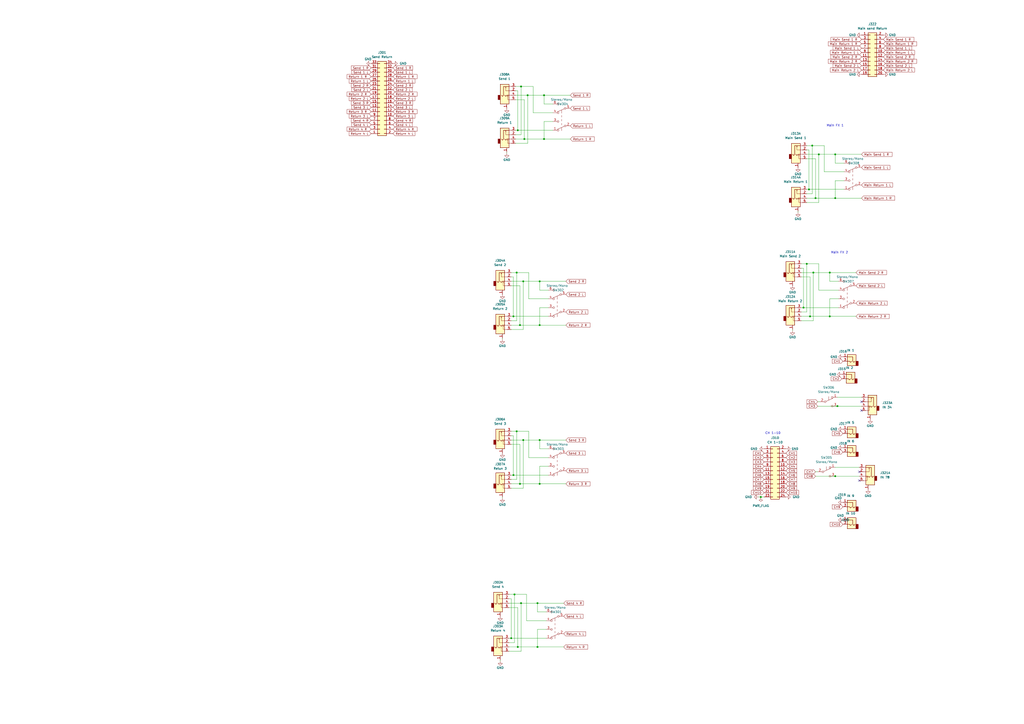
<source format=kicad_sch>
(kicad_sch (version 20211123) (generator eeschema)
  (paper "A2")
  (lib_symbols
    (symbol "AudioJack2_1"
      (property "Reference" "J317" (at 3.81 2.54 0))
      (property "Value" "AudioJack2_1" (at 0.635 6.35 0))
      (symbol "AudioJack2_1_1_1"
        (pin passive line (at 5.08 2.54 180) (length 2.54) (name "~") (number "1"))
        (pin passive line (at 5.08 0 180) (length 2.54) (name "~") (number "3"))
      )
    )
    (symbol "AudioJack2_Dual_Ground_Switch_1"
      (property "Reference" "J311" (at -1.3335 12.065 0))
      (property "Value" "AudioJack2_Dual_Ground_Switch_1" (at -1.3335 9.525 0))
      (symbol "AudioJack2_Dual_Ground_Switch_1_1_1"
        (pin passive line (at 0 -7.62 90) (length 2.54) (name "") (number "1"))
        (pin passive line (at 5.08 2.54 180) (length 2.54) (name "~") (number "2"))
        (pin passive line (at 5.08 5.08 180) (length 2.54) (name "~") (number "3"))
        (pin passive line (at 5.08 0 180) (length 2.54) (name "~") (number "4"))
        (pin passive line (at 5.08 -2.54 180) (length 2.54) (name "~") (number "5"))
      )
      (symbol "AudioJack2_Dual_Ground_Switch_1_2_1"
        (pin passive line (at 5.08 5.08 180) (length 2.54) (name "~") (number "S2"))
        (pin passive line (at 5.08 2.54 180) (length 2.54) (name "~") (number "SN2"))
        (pin passive line (at 5.08 0 180) (length 2.54) (name "~") (number "T2"))
        (pin passive line (at 5.08 -2.54 180) (length 2.54) (name "~") (number "TN2"))
      )
    )
    (symbol "Connector_Generic:Conn_02x10_Odd_Even" (pin_names (offset 1.016) hide)
      (property "Reference" "J" (at 1.27 12.7 0))
      (property "Value" "Conn_02x10_Odd_Even" (at 1.27 -15.24 0))
      (symbol "Conn_02x10_Odd_Even_1_1"
        (pin passive line (at -5.08 10.16 0) (length 3.81) (name "Pin_1") (number "1"))
        (pin passive line (at 7.62 0 180) (length 3.81) (name "Pin_10") (number "10"))
        (pin passive line (at -5.08 -2.54 0) (length 3.81) (name "Pin_11") (number "11"))
        (pin passive line (at 7.62 -2.54 180) (length 3.81) (name "Pin_12") (number "12"))
        (pin passive line (at -5.08 -5.08 0) (length 3.81) (name "Pin_13") (number "13"))
        (pin passive line (at 7.62 -5.08 180) (length 3.81) (name "Pin_14") (number "14"))
        (pin passive line (at -5.08 -7.62 0) (length 3.81) (name "Pin_15") (number "15"))
        (pin passive line (at 7.62 -7.62 180) (length 3.81) (name "Pin_16") (number "16"))
        (pin passive line (at -5.08 -10.16 0) (length 3.81) (name "Pin_17") (number "17"))
        (pin passive line (at 7.62 -10.16 180) (length 3.81) (name "Pin_18") (number "18"))
        (pin passive line (at -5.08 -12.7 0) (length 3.81) (name "Pin_19") (number "19"))
        (pin passive line (at 7.62 10.16 180) (length 3.81) (name "Pin_2") (number "2"))
        (pin passive line (at 7.62 -12.7 180) (length 3.81) (name "Pin_20") (number "20"))
        (pin passive line (at -5.08 7.62 0) (length 3.81) (name "Pin_3") (number "3"))
        (pin passive line (at 7.62 7.62 180) (length 3.81) (name "Pin_4") (number "4"))
        (pin passive line (at -5.08 5.08 0) (length 3.81) (name "Pin_5") (number "5"))
        (pin passive line (at 7.62 5.08 180) (length 3.81) (name "Pin_6") (number "6"))
        (pin passive line (at -5.08 2.54 0) (length 3.81) (name "Pin_7") (number "7"))
        (pin passive line (at 7.62 2.54 180) (length 3.81) (name "Pin_8") (number "8"))
        (pin passive line (at -5.08 0 0) (length 3.81) (name "Pin_9") (number "9"))
      )
    )
    (symbol "Connector_Generic:Conn_02x12_Odd_Even" (pin_names (offset 1.016) hide)
      (property "Reference" "J" (at 1.27 15.24 0))
      (property "Value" "Conn_02x12_Odd_Even" (at 1.27 -17.78 0))
      (symbol "Conn_02x12_Odd_Even_1_1"
        (pin passive line (at -5.08 12.7 0) (length 3.81) (name "Pin_1") (number "1"))
        (pin passive line (at 7.62 2.54 180) (length 3.81) (name "Pin_10") (number "10"))
        (pin passive line (at -5.08 0 0) (length 3.81) (name "Pin_11") (number "11"))
        (pin passive line (at 7.62 0 180) (length 3.81) (name "Pin_12") (number "12"))
        (pin passive line (at -5.08 -2.54 0) (length 3.81) (name "Pin_13") (number "13"))
        (pin passive line (at 7.62 -2.54 180) (length 3.81) (name "Pin_14") (number "14"))
        (pin passive line (at -5.08 -5.08 0) (length 3.81) (name "Pin_15") (number "15"))
        (pin passive line (at 7.62 -5.08 180) (length 3.81) (name "Pin_16") (number "16"))
        (pin passive line (at -5.08 -7.62 0) (length 3.81) (name "Pin_17") (number "17"))
        (pin passive line (at 7.62 -7.62 180) (length 3.81) (name "Pin_18") (number "18"))
        (pin passive line (at -5.08 -10.16 0) (length 3.81) (name "Pin_19") (number "19"))
        (pin passive line (at 7.62 12.7 180) (length 3.81) (name "Pin_2") (number "2"))
        (pin passive line (at 7.62 -10.16 180) (length 3.81) (name "Pin_20") (number "20"))
        (pin passive line (at -5.08 -12.7 0) (length 3.81) (name "Pin_21") (number "21"))
        (pin passive line (at 7.62 -12.7 180) (length 3.81) (name "Pin_22") (number "22"))
        (pin passive line (at -5.08 -15.24 0) (length 3.81) (name "Pin_23") (number "23"))
        (pin passive line (at 7.62 -15.24 180) (length 3.81) (name "Pin_24") (number "24"))
        (pin passive line (at -5.08 10.16 0) (length 3.81) (name "Pin_3") (number "3"))
        (pin passive line (at 7.62 10.16 180) (length 3.81) (name "Pin_4") (number "4"))
        (pin passive line (at -5.08 7.62 0) (length 3.81) (name "Pin_5") (number "5"))
        (pin passive line (at 7.62 7.62 180) (length 3.81) (name "Pin_6") (number "6"))
        (pin passive line (at -5.08 5.08 0) (length 3.81) (name "Pin_7") (number "7"))
        (pin passive line (at 7.62 5.08 180) (length 3.81) (name "Pin_8") (number "8"))
        (pin passive line (at -5.08 2.54 0) (length 3.81) (name "Pin_9") (number "9"))
      )
    )
    (symbol "Connector_Generic:Conn_02x17_Odd_Even" (pin_names (offset 1.016) hide)
      (property "Reference" "J" (at 1.27 22.86 0))
      (property "Value" "Conn_02x17_Odd_Even" (at 1.27 -22.86 0))
      (symbol "Conn_02x17_Odd_Even_1_1"
        (pin passive line (at -5.08 20.32 0) (length 3.81) (name "Pin_1") (number "1"))
        (pin passive line (at 7.62 10.16 180) (length 3.81) (name "Pin_10") (number "10"))
        (pin passive line (at -5.08 7.62 0) (length 3.81) (name "Pin_11") (number "11"))
        (pin passive line (at 7.62 7.62 180) (length 3.81) (name "Pin_12") (number "12"))
        (pin passive line (at -5.08 5.08 0) (length 3.81) (name "Pin_13") (number "13"))
        (pin passive line (at 7.62 5.08 180) (length 3.81) (name "Pin_14") (number "14"))
        (pin passive line (at -5.08 2.54 0) (length 3.81) (name "Pin_15") (number "15"))
        (pin passive line (at 7.62 2.54 180) (length 3.81) (name "Pin_16") (number "16"))
        (pin passive line (at -5.08 0 0) (length 3.81) (name "Pin_17") (number "17"))
        (pin passive line (at 7.62 0 180) (length 3.81) (name "Pin_18") (number "18"))
        (pin passive line (at -5.08 -2.54 0) (length 3.81) (name "Pin_19") (number "19"))
        (pin passive line (at 7.62 20.32 180) (length 3.81) (name "Pin_2") (number "2"))
        (pin passive line (at 7.62 -2.54 180) (length 3.81) (name "Pin_20") (number "20"))
        (pin passive line (at -5.08 -5.08 0) (length 3.81) (name "Pin_21") (number "21"))
        (pin passive line (at 7.62 -5.08 180) (length 3.81) (name "Pin_22") (number "22"))
        (pin passive line (at -5.08 -7.62 0) (length 3.81) (name "Pin_23") (number "23"))
        (pin passive line (at 7.62 -7.62 180) (length 3.81) (name "Pin_24") (number "24"))
        (pin passive line (at -5.08 -10.16 0) (length 3.81) (name "Pin_25") (number "25"))
        (pin passive line (at 7.62 -10.16 180) (length 3.81) (name "Pin_26") (number "26"))
        (pin passive line (at -5.08 -12.7 0) (length 3.81) (name "Pin_27") (number "27"))
        (pin passive line (at 7.62 -12.7 180) (length 3.81) (name "Pin_28") (number "28"))
        (pin passive line (at -5.08 -15.24 0) (length 3.81) (name "Pin_29") (number "29"))
        (pin passive line (at -5.08 17.78 0) (length 3.81) (name "Pin_3") (number "3"))
        (pin passive line (at 7.62 -15.24 180) (length 3.81) (name "Pin_30") (number "30"))
        (pin passive line (at -5.08 -17.78 0) (length 3.81) (name "Pin_31") (number "31"))
        (pin passive line (at 7.62 -17.78 180) (length 3.81) (name "Pin_32") (number "32"))
        (pin passive line (at -5.08 -20.32 0) (length 3.81) (name "Pin_33") (number "33"))
        (pin passive line (at 7.62 -20.32 180) (length 3.81) (name "Pin_34") (number "34"))
        (pin passive line (at 7.62 17.78 180) (length 3.81) (name "Pin_4") (number "4"))
        (pin passive line (at -5.08 15.24 0) (length 3.81) (name "Pin_5") (number "5"))
        (pin passive line (at 7.62 15.24 180) (length 3.81) (name "Pin_6") (number "6"))
        (pin passive line (at -5.08 12.7 0) (length 3.81) (name "Pin_7") (number "7"))
        (pin passive line (at 7.62 12.7 180) (length 3.81) (name "Pin_8") (number "8"))
        (pin passive line (at -5.08 10.16 0) (length 3.81) (name "Pin_9") (number "9"))
      )
    )
    (symbol "Switch:SW_Push_DPDT" (pin_names (offset 0) hide)
      (property "Reference" "SW" (at 0 8.89 0))
      (property "Value" "SW_Push_DPDT" (at 0 -10.16 0))
      (symbol "SW_Push_DPDT_1_1"
        (pin passive line (at 5.08 7.62 180) (length 2.54) (name "A") (number "1"))
        (pin passive line (at -5.08 5.08 0) (length 2.54) (name "B") (number "2"))
        (pin passive line (at 5.08 2.54 180) (length 2.54) (name "C") (number "3"))
        (pin passive line (at 5.08 -2.54 180) (length 2.54) (name "A") (number "4"))
        (pin passive line (at -5.08 -5.08 0) (length 2.54) (name "B") (number "5"))
        (pin passive line (at 5.08 -7.62 180) (length 2.54) (name "C") (number "6"))
      )
    )
    (symbol "Switch:SW_Push_SPDT" (pin_names (offset 0) hide)
      (property "Reference" "SW" (at 0 4.318 0))
      (property "Value" "SW_Push_SPDT" (at 0 -5.08 0))
      (symbol "SW_Push_SPDT_1_1"
        (pin passive line (at 5.08 2.54 180) (length 2.54) (name "A") (number "1"))
        (pin passive line (at -5.08 0 0) (length 2.54) (name "B") (number "2"))
        (pin passive line (at 5.08 -2.54 180) (length 2.54) (name "C") (number "3"))
      )
    )
    (symbol "power:GND" (power) (pin_names (offset 0))
      (property "Value" "GND" (at 0 -3.81 0))
      (symbol "GND_1_1"
        (pin power_in line (at 0 0 270) (length 0) hide (name "GND") (number "1"))
      )
    )
    (symbol "power:PWR_FLAG" (power) (pin_numbers hide) (pin_names (offset 0) hide)
      (property "Value" "PWR_FLAG" (at 0 3.81 0))
      (symbol "PWR_FLAG_0_0"
        (pin power_out line (at 0 0 90) (length 0) (name "pwr") (number "1"))
      )
    )
  )
  (junction (at 315.595 55.245))
  (junction (at 313.055 280.67))
  (junction (at 313.055 163.195))
  (junction (at 481.33 183.515))
  (junction (at 299.72 250.19))
  (junction (at 296.545 370.205))
  (junction (at 466.09 178.435))
  (junction (at 298.45 344.805))
  (junction (at 311.785 349.885))
  (junction (at 313.055 188.595))
  (junction (at 311.785 375.285))
  (junction (at 485.775 235.585))
  (junction (at 303.53 163.195))
  (junction (at 473.075 114.935))
  (junction (at 297.815 183.515))
  (junction (at 303.53 255.27))
  (junction (at 471.17 84.455))
  (junction (at 315.595 80.645))
  (junction (at 302.26 50.165))
  (junction (at 301.625 188.595))
  (junction (at 441.325 288.29))
  (junction (at 474.98 89.535))
  (junction (at 300.355 375.285))
  (junction (at 304.165 80.645))
  (junction (at 302.26 349.885))
  (junction (at 481.33 158.115))
  (junction (at 469.265 109.855))
  (junction (at 471.805 158.115))
  (junction (at 469.9 183.515))
  (junction (at 297.815 275.59))
  (junction (at 300.355 75.565))
  (junction (at 467.995 153.035))
  (junction (at 313.055 255.27))
  (junction (at 484.505 114.935))
  (junction (at 306.07 55.245))
  (junction (at 484.505 276.225))
  (junction (at 484.505 89.535))
  (junction (at 301.625 280.67))
  (junction (at 299.72 158.115))
  (no_connect (at 499.745 238.125))
  (no_connect (at 499.745 233.045))
  (no_connect (at 498.475 278.765))
  (no_connect (at 498.475 273.685))
  (wire (pts (xy 489.585 99.695) (xy 478.155 99.695)))
  (wire (pts (xy 302.26 50.165) (xy 299.085 50.165)))
  (wire (pts (xy 297.815 275.59) (xy 296.545 275.59)))
  (wire (pts (xy 481.33 163.195) (xy 486.41 163.195)))
  (wire (pts (xy 471.17 84.455) (xy 467.995 84.455)))
  (wire (pts (xy 481.33 183.515) (xy 496.57 183.515)))
  (wire (pts (xy 464.82 186.055) (xy 471.805 186.055)))
  (wire (pts (xy 474.345 235.585) (xy 485.775 235.585)))
  (wire (pts (xy 313.055 260.35) (xy 318.135 260.35)))
  (wire (pts (xy 306.07 83.185) (xy 306.07 55.245)))
  (wire (pts (xy 464.82 180.975) (xy 467.995 180.975)))
  (wire (pts (xy 291.465 288.29) (xy 291.465 288.925)))
  (wire (pts (xy 471.805 186.055) (xy 471.805 158.115)))
  (wire (pts (xy 300.355 352.425) (xy 300.355 375.285)))
  (wire (pts (xy 300.355 52.705) (xy 300.355 75.565)))
  (wire (pts (xy 294.005 88.265) (xy 294.005 88.9)))
  (wire (pts (xy 306.705 158.115) (xy 299.72 158.115)))
  (wire (pts (xy 296.545 165.735) (xy 301.625 165.735)))
  (wire (pts (xy 299.72 158.115) (xy 296.545 158.115)))
  (wire (pts (xy 313.055 280.67) (xy 328.295 280.67)))
  (wire (pts (xy 485.775 230.505) (xy 499.745 230.505)))
  (wire (pts (xy 296.545 257.81) (xy 301.625 257.81)))
  (wire (pts (xy 474.98 153.035) (xy 467.995 153.035)))
  (wire (pts (xy 467.995 89.535) (xy 474.98 89.535)))
  (wire (pts (xy 304.165 80.645) (xy 315.595 80.645)))
  (wire (pts (xy 474.98 89.535) (xy 484.505 89.535)))
  (wire (pts (xy 441.325 288.29) (xy 443.23 288.29)))
  (wire (pts (xy 299.085 83.185) (xy 306.07 83.185)))
  (wire (pts (xy 296.545 163.195) (xy 303.53 163.195)))
  (wire (pts (xy 296.545 188.595) (xy 301.625 188.595)))
  (wire (pts (xy 291.465 196.215) (xy 291.465 196.85)))
  (wire (pts (xy 316.865 370.205) (xy 296.545 370.205)))
  (wire (pts (xy 474.345 233.045) (xy 475.615 233.045)))
  (wire (pts (xy 318.135 265.43) (xy 306.705 265.43)))
  (wire (pts (xy 315.595 80.645) (xy 330.835 80.645)))
  (wire (pts (xy 478.155 84.455) (xy 471.17 84.455)))
  (wire (pts (xy 486.41 168.275) (xy 474.98 168.275)))
  (wire (pts (xy 306.705 250.19) (xy 299.72 250.19)))
  (wire (pts (xy 467.995 114.935) (xy 473.075 114.935)))
  (wire (pts (xy 296.545 160.655) (xy 297.815 160.655)))
  (wire (pts (xy 297.815 252.73) (xy 297.815 275.59)))
  (wire (pts (xy 302.26 78.105) (xy 302.26 50.165)))
  (wire (pts (xy 299.085 55.245) (xy 306.07 55.245)))
  (wire (pts (xy 298.45 372.745) (xy 298.45 344.805)))
  (wire (pts (xy 304.165 57.785) (xy 304.165 80.645)))
  (wire (pts (xy 318.135 173.355) (xy 306.705 173.355)))
  (wire (pts (xy 471.17 112.395) (xy 471.17 84.455)))
  (wire (pts (xy 481.33 158.115) (xy 481.33 163.195)))
  (wire (pts (xy 466.09 178.435) (xy 464.82 178.435)))
  (wire (pts (xy 296.545 191.135) (xy 303.53 191.135)))
  (wire (pts (xy 296.545 370.205) (xy 295.275 370.205)))
  (wire (pts (xy 303.53 163.195) (xy 313.055 163.195)))
  (wire (pts (xy 481.33 173.355) (xy 481.33 183.515)))
  (wire (pts (xy 295.275 372.745) (xy 298.45 372.745)))
  (wire (pts (xy 484.505 276.225) (xy 498.475 276.225)))
  (wire (pts (xy 484.505 89.535) (xy 484.505 94.615)))
  (wire (pts (xy 296.545 252.73) (xy 297.815 252.73)))
  (wire (pts (xy 313.055 188.595) (xy 328.295 188.595)))
  (wire (pts (xy 469.9 183.515) (xy 481.33 183.515)))
  (wire (pts (xy 481.33 158.115) (xy 496.57 158.115)))
  (wire (pts (xy 484.505 94.615) (xy 489.585 94.615)))
  (wire (pts (xy 484.505 104.775) (xy 484.505 114.935)))
  (wire (pts (xy 311.785 349.885) (xy 311.785 354.965)))
  (wire (pts (xy 295.275 349.885) (xy 302.26 349.885)))
  (wire (pts (xy 295.275 375.285) (xy 300.355 375.285)))
  (wire (pts (xy 318.135 183.515) (xy 297.815 183.515)))
  (wire (pts (xy 306.705 173.355) (xy 306.705 158.115)))
  (wire (pts (xy 484.505 114.935) (xy 499.745 114.935)))
  (wire (pts (xy 313.055 178.435) (xy 313.055 188.595)))
  (wire (pts (xy 300.355 75.565) (xy 299.085 75.565)))
  (wire (pts (xy 302.26 377.825) (xy 302.26 349.885)))
  (wire (pts (xy 315.595 55.245) (xy 315.595 60.325)))
  (wire (pts (xy 311.785 354.965) (xy 316.865 354.965)))
  (wire (pts (xy 297.815 183.515) (xy 296.545 183.515)))
  (wire (pts (xy 467.995 112.395) (xy 471.17 112.395)))
  (wire (pts (xy 467.995 180.975) (xy 467.995 153.035)))
  (wire (pts (xy 311.785 375.285) (xy 327.025 375.285)))
  (wire (pts (xy 313.055 255.27) (xy 328.295 255.27)))
  (wire (pts (xy 313.055 168.275) (xy 318.135 168.275)))
  (wire (pts (xy 296.545 278.13) (xy 299.72 278.13)))
  (wire (pts (xy 305.435 360.045) (xy 305.435 344.805)))
  (wire (pts (xy 302.26 349.885) (xy 311.785 349.885)))
  (wire (pts (xy 290.195 382.905) (xy 290.195 383.54)))
  (wire (pts (xy 466.09 155.575) (xy 466.09 178.435)))
  (wire (pts (xy 315.595 70.485) (xy 315.595 80.645)))
  (wire (pts (xy 467.995 153.035) (xy 464.82 153.035)))
  (wire (pts (xy 297.815 160.655) (xy 297.815 183.515)))
  (wire (pts (xy 296.545 283.21) (xy 303.53 283.21)))
  (wire (pts (xy 320.675 65.405) (xy 309.245 65.405)))
  (wire (pts (xy 299.085 52.705) (xy 300.355 52.705)))
  (wire (pts (xy 473.075 92.075) (xy 473.075 114.935)))
  (wire (pts (xy 299.72 278.13) (xy 299.72 250.19)))
  (wire (pts (xy 473.075 273.685) (xy 474.345 273.685)))
  (wire (pts (xy 303.53 283.21) (xy 303.53 255.27)))
  (wire (pts (xy 299.085 80.645) (xy 304.165 80.645)))
  (wire (pts (xy 313.055 163.195) (xy 313.055 168.275)))
  (wire (pts (xy 309.245 65.405) (xy 309.245 50.165)))
  (wire (pts (xy 299.085 78.105) (xy 302.26 78.105)))
  (wire (pts (xy 311.785 365.125) (xy 316.865 365.125)))
  (wire (pts (xy 484.505 89.535) (xy 499.745 89.535)))
  (wire (pts (xy 316.865 360.045) (xy 305.435 360.045)))
  (wire (pts (xy 467.995 117.475) (xy 474.98 117.475)))
  (wire (pts (xy 464.82 158.115) (xy 471.805 158.115)))
  (wire (pts (xy 464.82 160.655) (xy 469.9 160.655)))
  (wire (pts (xy 320.675 75.565) (xy 300.355 75.565)))
  (wire (pts (xy 486.41 178.435) (xy 466.09 178.435)))
  (wire (pts (xy 315.595 70.485) (xy 320.675 70.485)))
  (wire (pts (xy 469.265 109.855) (xy 467.995 109.855)))
  (wire (pts (xy 301.625 280.67) (xy 313.055 280.67)))
  (wire (pts (xy 311.785 349.885) (xy 327.025 349.885)))
  (wire (pts (xy 300.355 375.285) (xy 311.785 375.285)))
  (wire (pts (xy 473.075 114.935) (xy 484.505 114.935)))
  (wire (pts (xy 313.055 270.51) (xy 313.055 280.67)))
  (wire (pts (xy 295.275 377.825) (xy 302.26 377.825)))
  (wire (pts (xy 296.545 347.345) (xy 296.545 370.205)))
  (wire (pts (xy 474.98 117.475) (xy 474.98 89.535)))
  (wire (pts (xy 469.265 86.995) (xy 469.265 109.855)))
  (wire (pts (xy 313.055 270.51) (xy 318.135 270.51)))
  (wire (pts (xy 462.915 122.555) (xy 462.915 123.19)))
  (wire (pts (xy 478.155 99.695) (xy 478.155 84.455)))
  (wire (pts (xy 295.275 347.345) (xy 296.545 347.345)))
  (wire (pts (xy 315.595 60.325) (xy 320.675 60.325)))
  (wire (pts (xy 295.275 352.425) (xy 300.355 352.425)))
  (wire (pts (xy 484.505 271.145) (xy 498.475 271.145)))
  (wire (pts (xy 440.055 288.29) (xy 441.325 288.29)))
  (wire (pts (xy 309.245 50.165) (xy 302.26 50.165)))
  (wire (pts (xy 298.45 344.805) (xy 295.275 344.805)))
  (wire (pts (xy 299.085 57.785) (xy 304.165 57.785)))
  (wire (pts (xy 313.055 163.195) (xy 328.295 163.195)))
  (wire (pts (xy 305.435 344.805) (xy 298.45 344.805)))
  (wire (pts (xy 296.545 186.055) (xy 299.72 186.055)))
  (wire (pts (xy 467.995 92.075) (xy 473.075 92.075)))
  (wire (pts (xy 489.585 109.855) (xy 469.265 109.855)))
  (wire (pts (xy 299.72 250.19) (xy 296.545 250.19)))
  (wire (pts (xy 459.74 191.135) (xy 459.74 191.77)))
  (wire (pts (xy 303.53 255.27) (xy 313.055 255.27)))
  (wire (pts (xy 473.075 276.225) (xy 484.505 276.225)))
  (wire (pts (xy 296.545 255.27) (xy 303.53 255.27)))
  (wire (pts (xy 469.9 160.655) (xy 469.9 183.515)))
  (wire (pts (xy 481.33 173.355) (xy 486.41 173.355)))
  (wire (pts (xy 296.545 280.67) (xy 301.625 280.67)))
  (wire (pts (xy 299.72 186.055) (xy 299.72 158.115)))
  (wire (pts (xy 313.055 255.27) (xy 313.055 260.35)))
  (wire (pts (xy 311.785 365.125) (xy 311.785 375.285)))
  (wire (pts (xy 301.625 165.735) (xy 301.625 188.595)))
  (wire (pts (xy 306.07 55.245) (xy 315.595 55.245)))
  (wire (pts (xy 306.705 265.43) (xy 306.705 250.19)))
  (wire (pts (xy 303.53 191.135) (xy 303.53 163.195)))
  (wire (pts (xy 313.055 178.435) (xy 318.135 178.435)))
  (wire (pts (xy 471.805 158.115) (xy 481.33 158.115)))
  (wire (pts (xy 484.505 104.775) (xy 489.585 104.775)))
  (wire (pts (xy 301.625 188.595) (xy 313.055 188.595)))
  (wire (pts (xy 464.82 183.515) (xy 469.9 183.515)))
  (wire (pts (xy 301.625 257.81) (xy 301.625 280.67)))
  (wire (pts (xy 467.995 86.995) (xy 469.265 86.995)))
  (wire (pts (xy 318.135 275.59) (xy 297.815 275.59)))
  (wire (pts (xy 485.775 235.585) (xy 499.745 235.585)))
  (wire (pts (xy 474.98 168.275) (xy 474.98 153.035)))
  (wire (pts (xy 315.595 55.245) (xy 330.835 55.245)))
  (wire (pts (xy 464.82 155.575) (xy 466.09 155.575)))
  (text "Main FX 2\n" (at 481.965 147.32 0) (effects (font (size 1.27 1.27)) (justify left bottom)))
  (text "CH 1-10" (at 443.865 252.095 0) (effects (font (size 1.27 1.27)) (justify left bottom)))
  (text "Main FX 1 \n" (at 479.425 73.66 0) (effects (font (size 1.27 1.27)) (justify left bottom)))
  (global_label "Main Return 2 R " (shape input) (at 496.57 183.515 0) (property "Referenzen zwischen Schaltplänen" "${INTERSHEET_REFS}" (effects hide)))
  (global_label "Return 3 L" (shape input) (at 328.295 273.05 0) (property "Referenzen zwischen Schaltplänen" "${INTERSHEET_REFS}" (effects hide)))
  (global_label "CH8" (shape input) (at 443.23 280.67 180) (property "Referenzen zwischen Schaltplänen" "${INTERSHEET_REFS}" (effects hide)))
  (global_label "Main Return 2 L" (shape input) (at 499.745 40.64 180) (property "Referenzen zwischen Schaltplänen" "${INTERSHEET_REFS}" (effects hide)))
  (global_label "Main Send 2 R " (shape input) (at 512.445 33.02 0) (property "Referenzen zwischen Schaltplänen" "${INTERSHEET_REFS}" (effects hide)))
  (global_label "Send 3 R" (shape input) (at 328.295 255.27 0) (property "Referenzen zwischen Schaltplänen" "${INTERSHEET_REFS}" (effects hide)))
  (global_label "CH4" (shape input) (at 474.345 233.045 180) (property "Referenzen zwischen Schaltplänen" "${INTERSHEET_REFS}" (effects hide)))
  (global_label "Send 1 L" (shape input) (at 227.965 41.91 0) (property "Referenzen zwischen Schaltplänen" "${INTERSHEET_REFS}" (effects hide)))
  (global_label "Return 3 L" (shape input) (at 215.265 67.31 180) (property "Referenzen zwischen Schaltplänen" "${INTERSHEET_REFS}" (effects hide)))
  (global_label "Return 4 R " (shape input) (at 327.025 375.285 0) (property "Referenzen zwischen Schaltplänen" "${INTERSHEET_REFS}" (effects hide)))
  (global_label "Main Return 2 L" (shape input) (at 496.57 175.895 0) (property "Referenzen zwischen Schaltplänen" "${INTERSHEET_REFS}" (effects hide)))
  (global_label "Send 2 L" (shape input) (at 215.265 52.07 180) (property "Referenzen zwischen Schaltplänen" "${INTERSHEET_REFS}" (effects hide)))
  (global_label "CH10" (shape input) (at 443.23 285.75 180) (property "Referenzen zwischen Schaltplänen" "${INTERSHEET_REFS}" (effects hide)))
  (global_label "Main Send 1 L" (shape input) (at 499.745 27.94 180) (property "Referenzen zwischen Schaltplänen" "${INTERSHEET_REFS}" (effects hide)))
  (global_label "Send 2 L" (shape input) (at 227.965 52.07 0) (property "Referenzen zwischen Schaltplänen" "${INTERSHEET_REFS}" (effects hide)))
  (global_label "Main Return 1 L" (shape input) (at 499.745 107.315 0) (property "Referenzen zwischen Schaltplänen" "${INTERSHEET_REFS}" (effects hide)))
  (global_label "Return 2 L" (shape input) (at 227.965 57.15 0) (property "Referenzen zwischen Schaltplänen" "${INTERSHEET_REFS}" (effects hide)))
  (global_label "CH9" (shape input) (at 455.93 283.21 0) (property "Referenzen zwischen Schaltplänen" "${INTERSHEET_REFS}" (effects hide)))
  (global_label "CH8" (shape input) (at 455.93 280.67 0) (property "Referenzen zwischen Schaltplänen" "${INTERSHEET_REFS}" (effects hide)))
  (global_label "CH5" (shape input) (at 443.23 273.05 180) (property "Referenzen zwischen Schaltplänen" "${INTERSHEET_REFS}" (effects hide)))
  (global_label "Main Return 1 R " (shape input) (at 499.745 25.4 180) (property "Referenzen zwischen Schaltplänen" "${INTERSHEET_REFS}" (effects hide)))
  (global_label "Main Return 2 L" (shape input) (at 512.445 40.64 0) (property "Referenzen zwischen Schaltplänen" "${INTERSHEET_REFS}" (effects hide)))
  (global_label "Main Send 1 L" (shape input) (at 512.445 27.94 0) (property "Referenzen zwischen Schaltplänen" "${INTERSHEET_REFS}" (effects hide)))
  (global_label "Send 1 L" (shape input) (at 215.265 41.91 180) (property "Referenzen zwischen Schaltplänen" "${INTERSHEET_REFS}" (effects hide)))
  (global_label "Return 4 L" (shape input) (at 327.025 367.665 0) (property "Referenzen zwischen Schaltplänen" "${INTERSHEET_REFS}" (effects hide)))
  (global_label "Send 2 R" (shape input) (at 328.295 163.195 0) (property "Referenzen zwischen Schaltplänen" "${INTERSHEET_REFS}" (effects hide)))
  (global_label "CH6" (shape input) (at 488.95 262.255 180) (property "Referenzen zwischen Schaltplänen" "${INTERSHEET_REFS}" (effects hide)))
  (global_label "Send 4 L" (shape input) (at 227.965 72.39 0) (property "Referenzen zwischen Schaltplänen" "${INTERSHEET_REFS}" (effects hide)))
  (global_label "Return 3 R " (shape input) (at 227.965 64.77 0) (property "Referenzen zwischen Schaltplänen" "${INTERSHEET_REFS}" (effects hide)))
  (global_label "Send 1 R" (shape input) (at 330.835 55.245 0) (property "Referenzen zwischen Schaltplänen" "${INTERSHEET_REFS}" (effects hide)))
  (global_label "CH2" (shape input) (at 455.93 265.43 0) (property "Referenzen zwischen Schaltplänen" "${INTERSHEET_REFS}" (effects hide)))
  (global_label "Send 1 R" (shape input) (at 227.965 39.37 0) (property "Referenzen zwischen Schaltplänen" "${INTERSHEET_REFS}" (effects hide)))
  (global_label "CH7" (shape input) (at 443.23 278.13 180) (property "Referenzen zwischen Schaltplänen" "${INTERSHEET_REFS}" (effects hide)))
  (global_label "Main Send 2 R " (shape input) (at 499.745 33.02 180) (property "Referenzen zwischen Schaltplänen" "${INTERSHEET_REFS}" (effects hide)))
  (global_label "Main Return 2 R " (shape input) (at 499.745 35.56 180) (property "Referenzen zwischen Schaltplänen" "${INTERSHEET_REFS}" (effects hide)))
  (global_label "Main Return 1 L" (shape input) (at 499.745 30.48 180) (property "Referenzen zwischen Schaltplänen" "${INTERSHEET_REFS}" (effects hide)))
  (global_label "Main Return 2 R " (shape input) (at 512.445 35.56 0) (property "Referenzen zwischen Schaltplänen" "${INTERSHEET_REFS}" (effects hide)))
  (global_label "Main Send 1 L" (shape input) (at 499.745 97.155 0) (property "Referenzen zwischen Schaltplänen" "${INTERSHEET_REFS}" (effects hide)))
  (global_label "CH8" (shape input) (at 473.075 276.225 180) (property "Referenzen zwischen Schaltplänen" "${INTERSHEET_REFS}" (effects hide)))
  (global_label "Return 1 R " (shape input) (at 330.835 80.645 0) (property "Referenzen zwischen Schaltplänen" "${INTERSHEET_REFS}" (effects hide)))
  (global_label "Main Send 2 L" (shape input) (at 496.57 165.735 0) (property "Referenzen zwischen Schaltplänen" "${INTERSHEET_REFS}" (effects hide)))
  (global_label "CH3" (shape input) (at 455.93 267.97 0) (property "Referenzen zwischen Schaltplänen" "${INTERSHEET_REFS}" (effects hide)))
  (global_label "Return 2 R " (shape input) (at 227.965 54.61 0) (property "Referenzen zwischen Schaltplänen" "${INTERSHEET_REFS}" (effects hide)))
  (global_label "Return 4 L" (shape input) (at 227.965 77.47 0) (property "Referenzen zwischen Schaltplänen" "${INTERSHEET_REFS}" (effects hide)))
  (global_label "CH4" (shape input) (at 455.93 270.51 0) (property "Referenzen zwischen Schaltplänen" "${INTERSHEET_REFS}" (effects hide)))
  (global_label "Return 1 R " (shape input) (at 227.965 44.45 0) (property "Referenzen zwischen Schaltplänen" "${INTERSHEET_REFS}" (effects hide)))
  (global_label "Main Return 1 R " (shape input) (at 512.445 25.4 0) (property "Referenzen zwischen Schaltplänen" "${INTERSHEET_REFS}" (effects hide)))
  (global_label "Return 2 L" (shape input) (at 328.295 180.975 0) (property "Referenzen zwischen Schaltplänen" "${INTERSHEET_REFS}" (effects hide)))
  (global_label "Main Return 1 R " (shape input) (at 499.745 114.935 0) (property "Referenzen zwischen Schaltplänen" "${INTERSHEET_REFS}" (effects hide)))
  (global_label "Send 4 R" (shape input) (at 227.965 69.85 0) (property "Referenzen zwischen Schaltplänen" "${INTERSHEET_REFS}" (effects hide)))
  (global_label "CH1" (shape input) (at 443.23 262.89 180) (property "Referenzen zwischen Schaltplänen" "${INTERSHEET_REFS}" (effects hide)))
  (global_label "CH6" (shape input) (at 443.23 275.59 180) (property "Referenzen zwischen Schaltplänen" "${INTERSHEET_REFS}" (effects hide)))
  (global_label "Return 3 R " (shape input) (at 328.295 280.67 0) (property "Referenzen zwischen Schaltplänen" "${INTERSHEET_REFS}" (effects hide)))
  (global_label "CH1" (shape input) (at 488.95 209.55 180) (property "Referenzen zwischen Schaltplänen" "${INTERSHEET_REFS}" (effects hide)))
  (global_label "Return 1 L" (shape input) (at 227.965 46.99 0) (property "Referenzen zwischen Schaltplänen" "${INTERSHEET_REFS}" (effects hide)))
  (global_label "Main Send 2 L" (shape input) (at 512.445 38.1 0) (property "Referenzen zwischen Schaltplänen" "${INTERSHEET_REFS}" (effects hide)))
  (global_label "Send 4 L" (shape input) (at 327.025 357.505 0) (property "Referenzen zwischen Schaltplänen" "${INTERSHEET_REFS}" (effects hide)))
  (global_label "Return 2 R " (shape input) (at 215.265 54.61 180) (property "Referenzen zwischen Schaltplänen" "${INTERSHEET_REFS}" (effects hide)))
  (global_label "Send 4 L" (shape input) (at 215.265 72.39 180) (property "Referenzen zwischen Schaltplänen" "${INTERSHEET_REFS}" (effects hide)))
  (global_label "Send 4 R" (shape input) (at 215.265 69.85 180) (property "Referenzen zwischen Schaltplänen" "${INTERSHEET_REFS}" (effects hide)))
  (global_label "Return 1 L" (shape input) (at 215.265 46.99 180) (property "Referenzen zwischen Schaltplänen" "${INTERSHEET_REFS}" (effects hide)))
  (global_label "Return 1 R " (shape input) (at 215.265 44.45 180) (property "Referenzen zwischen Schaltplänen" "${INTERSHEET_REFS}" (effects hide)))
  (global_label "Send 1 L" (shape input) (at 330.835 62.865 0) (property "Referenzen zwischen Schaltplänen" "${INTERSHEET_REFS}" (effects hide)))
  (global_label "Send 3 L" (shape input) (at 227.965 62.23 0) (property "Referenzen zwischen Schaltplänen" "${INTERSHEET_REFS}" (effects hide)))
  (global_label "CH4" (shape input) (at 443.23 270.51 180) (property "Referenzen zwischen Schaltplänen" "${INTERSHEET_REFS}" (effects hide)))
  (global_label "CH6" (shape input) (at 455.93 275.59 0) (property "Referenzen zwischen Schaltplänen" "${INTERSHEET_REFS}" (effects hide)))
  (global_label "Main Send 1 R " (shape input) (at 499.745 22.86 180) (property "Referenzen zwischen Schaltplänen" "${INTERSHEET_REFS}" (effects hide)))
  (global_label "CH5" (shape input) (at 488.95 251.46 180) (property "Referenzen zwischen Schaltplänen" "${INTERSHEET_REFS}" (effects hide)))
  (global_label "Send 3 R" (shape input) (at 215.265 59.69 180) (property "Referenzen zwischen Schaltplänen" "${INTERSHEET_REFS}" (effects hide)))
  (global_label "Return 4 L" (shape input) (at 215.265 77.47 180) (property "Referenzen zwischen Schaltplänen" "${INTERSHEET_REFS}" (effects hide)))
  (global_label "CH10" (shape input) (at 488.95 304.165 180) (property "Referenzen zwischen Schaltplänen" "${INTERSHEET_REFS}" (effects hide)))
  (global_label "Return 1 L" (shape input) (at 330.835 73.025 0) (property "Referenzen zwischen Schaltplänen" "${INTERSHEET_REFS}" (effects hide)))
  (global_label "Return 3 R " (shape input) (at 215.265 64.77 180) (property "Referenzen zwischen Schaltplänen" "${INTERSHEET_REFS}" (effects hide)))
  (global_label "Main Send 1 R " (shape input) (at 512.445 22.86 0) (property "Referenzen zwischen Schaltplänen" "${INTERSHEET_REFS}" (effects hide)))
  (global_label "Send 2 R" (shape input) (at 227.965 49.53 0) (property "Referenzen zwischen Schaltplänen" "${INTERSHEET_REFS}" (effects hide)))
  (global_label "CH9" (shape input) (at 443.23 283.21 180) (property "Referenzen zwischen Schaltplänen" "${INTERSHEET_REFS}" (effects hide)))
  (global_label "Send 3 L" (shape input) (at 328.295 262.89 0) (property "Referenzen zwischen Schaltplänen" "${INTERSHEET_REFS}" (effects hide)))
  (global_label "Send 2 L" (shape input) (at 328.295 170.815 0) (property "Referenzen zwischen Schaltplänen" "${INTERSHEET_REFS}" (effects hide)))
  (global_label "Send 2 R" (shape input) (at 215.265 49.53 180) (property "Referenzen zwischen Schaltplänen" "${INTERSHEET_REFS}" (effects hide)))
  (global_label "Send 4 R" (shape input) (at 327.025 349.885 0) (property "Referenzen zwischen Schaltplänen" "${INTERSHEET_REFS}" (effects hide)))
  (global_label "CH10" (shape input) (at 455.93 285.75 0) (property "Referenzen zwischen Schaltplänen" "${INTERSHEET_REFS}" (effects hide)))
  (global_label "CH7" (shape input) (at 455.93 278.13 0) (property "Referenzen zwischen Schaltplänen" "${INTERSHEET_REFS}" (effects hide)))
  (global_label "CH5" (shape input) (at 455.93 273.05 0) (property "Referenzen zwischen Schaltplänen" "${INTERSHEET_REFS}" (effects hide)))
  (global_label "CH3" (shape input) (at 443.23 267.97 180) (property "Referenzen zwischen Schaltplänen" "${INTERSHEET_REFS}" (effects hide)))
  (global_label "Return 4 R " (shape input) (at 227.965 74.93 0) (property "Referenzen zwischen Schaltplänen" "${INTERSHEET_REFS}" (effects hide)))
  (global_label "Return 2 R " (shape input) (at 328.295 188.595 0) (property "Referenzen zwischen Schaltplänen" "${INTERSHEET_REFS}" (effects hide)))
  (global_label "Main Send 2 R " (shape input) (at 496.57 158.115 0) (property "Referenzen zwischen Schaltplänen" "${INTERSHEET_REFS}" (effects hide)))
  (global_label "Return 3 L" (shape input) (at 227.965 67.31 0) (property "Referenzen zwischen Schaltplänen" "${INTERSHEET_REFS}" (effects hide)))
  (global_label "Send 3 R" (shape input) (at 227.965 59.69 0) (property "Referenzen zwischen Schaltplänen" "${INTERSHEET_REFS}" (effects hide)))
  (global_label "Send 1 R" (shape input) (at 215.265 39.37 180) (property "Referenzen zwischen Schaltplänen" "${INTERSHEET_REFS}" (effects hide)))
  (global_label "CH3" (shape input) (at 474.345 235.585 180) (property "Referenzen zwischen Schaltplänen" "${INTERSHEET_REFS}" (effects hide)))
  (global_label "Send 3 L" (shape input) (at 215.265 62.23 180) (property "Referenzen zwischen Schaltplänen" "${INTERSHEET_REFS}" (effects hide)))
  (global_label "CH1" (shape input) (at 455.93 262.89 0) (property "Referenzen zwischen Schaltplänen" "${INTERSHEET_REFS}" (effects hide)))
  (global_label "CH9" (shape input) (at 488.95 294.005 180) (property "Referenzen zwischen Schaltplänen" "${INTERSHEET_REFS}" (effects hide)))
  (global_label "Return 2 L" (shape input) (at 215.265 57.15 180) (property "Referenzen zwischen Schaltplänen" "${INTERSHEET_REFS}" (effects hide)))
  (global_label "CH2" (shape input) (at 443.23 265.43 180) (property "Referenzen zwischen Schaltplänen" "${INTERSHEET_REFS}" (effects hide)))
  (global_label "Main Send 2 L" (shape input) (at 499.745 38.1 180) (property "Referenzen zwischen Schaltplänen" "${INTERSHEET_REFS}" (effects hide)))
  (global_label "CH7" (shape input) (at 473.075 273.685 180) (property "Referenzen zwischen Schaltplänen" "${INTERSHEET_REFS}" (effects hide)))
  (global_label "Return 4 R " (shape input) (at 215.265 74.93 180) (property "Referenzen zwischen Schaltplänen" "${INTERSHEET_REFS}" (effects hide)))
  (global_label "Main Send 1 R " (shape input) (at 499.745 89.535 0) (property "Referenzen zwischen Schaltplänen" "${INTERSHEET_REFS}" (effects hide)))
  (global_label "Main Return 1 L" (shape input) (at 512.445 30.48 0) (property "Referenzen zwischen Schaltplänen" "${INTERSHEET_REFS}" (effects hide)))
  (global_label "CH2" (shape input) (at 488.315 219.71 180) (property "Referenzen zwischen Schaltplänen" "${INTERSHEET_REFS}" (effects hide)))
  (symbol (lib_id "power:GND") (at 459.74 191.77 0) (unit 1)
    (property "Reference" "#PWR0318" (effects hide))
    (property "Value" "GND" (at 459.74 195.58 0))
  )
  (symbol (lib_id "Switch:SW_Push_DPDT") (at 491.49 170.815 180) (unit 1)
    (property "Reference" "SW307" (at 492.125 163.195 0))
    (property "Value" "Stereo/Mono" (at 491.49 160.655 0))
    (property "Footprint" "Button_Switch_THT:SW -- Latching_mini_SW" (effects hide))
  )
  (symbol (lib_name "AudioJack2_Dual_Ground_Switch_1") (lib_id "Connector:AudioJack2_Dual_Ground_Switch") (at 459.74 183.515 0) (unit 1)
    (property "Reference" "J312" (at 458.4065 172.085 0))
    (property "Value" "Main Return 2" (at 458.4065 174.625 0))
    (property "Footprint" "Connector_Audio:ACJSMV355 flat solder" (effects hide))
  )
  (symbol (lib_name "AudioJack2_Dual_Ground_Switch_1") (lib_id "Connector:AudioJack2_Dual_Ground_Switch") (at 462.915 89.535 0) (unit 1)
    (property "Reference" "J313" (at 461.5815 77.47 0))
    (property "Value" "Main Send 1" (at 461.5815 80.01 0))
    (property "Footprint" "Connector_Audio:ACJSMV355 flat solder" (effects hide))
  )
  (symbol (lib_id "power:GND") (at 291.465 262.89 0) (unit 1)
    (property "Reference" "#PWR0309" (effects hide))
    (property "Value" "GND" (at 291.465 266.7 0))
  )
  (symbol (lib_id "power:GND") (at 499.745 20.32 270) (unit 1)
    (property "Reference" "#PWR0327" (effects hide))
    (property "Value" "GND" (at 496.57 20.3199 90) (effects (justify right)))
  )
  (symbol (lib_id "Connector_Generic:Conn_02x12_Odd_Even") (at 448.31 273.05 0) (unit 1)
    (property "Reference" "J310" (at 449.58 254 0))
    (property "Value" "CH 1-10" (at 449.58 256.54 0))
    (property "Footprint" "Connector_PinHeader_2.54mm:PinHeader_2x12_P2.54mm_Vertical" (effects hide))
  )
  (symbol (lib_id "power:GND") (at 291.465 288.925 0) (unit 1)
    (property "Reference" "#PWR0310" (effects hide))
    (property "Value" "GND" (at 291.465 292.735 0))
  )
  (symbol (lib_id "power:GND") (at 290.195 357.505 0) (unit 1)
    (property "Reference" "#PWR0305" (effects hide))
    (property "Value" "GND" (at 290.195 361.315 0))
  )
  (symbol (lib_name "AudioJack2_Dual_Ground_Switch_1") (lib_id "Connector:AudioJack2_Dual_Ground_Switch") (at 291.465 280.67 0) (unit 1)
    (property "Reference" "J307" (at 290.1315 269.24 0))
    (property "Value" "Retun 3" (at 290.1315 271.78 0))
    (property "Footprint" "Connector_Audio:ACJSMV355 flat solder" (effects hide))
  )
  (symbol (lib_name "AudioJack2_Dual_Ground_Switch_1") (lib_id "Connector:AudioJack2_Dual_Ground_Switch") (at 291.465 163.195 0) (unit 1)
    (property "Reference" "J304" (at 290.1315 151.13 0))
    (property "Value" "Send 2" (at 290.1315 153.67 0))
    (property "Footprint" "Connector_Audio:ACJSMV355 flat solder" (effects hide))
  )
  (symbol (lib_name "AudioJack2_Dual_Ground_Switch_1") (lib_id "Connector:AudioJack2_Dual_Ground_Switch") (at 290.195 349.885 0) (unit 1)
    (property "Reference" "J302" (at 288.8615 337.82 0))
    (property "Value" "Send 4" (at 288.8615 340.36 0))
    (property "Footprint" "Connector_Audio:ACJSMV355 flat solder" (effects hide))
  )
  (symbol (lib_name "AudioJack2_1") (lib_id "Connector:AudioJack2") (at 494.03 262.255 0) (mirror y) (unit 1)
    (property "Reference" "J318" (at 488.95 257.175 0))
    (property "Value" "IN 6" (at 493.395 255.905 0))
    (property "Footprint" "Connector_Audio:ACJSMV35-2 flat solder" (effects hide))
  )
  (symbol (lib_name "AudioJack2_1") (lib_id "Connector:AudioJack2") (at 493.395 219.71 0) (mirror y) (unit 1)
    (property "Reference" "J315" (at 488.315 213.995 0))
    (property "Value" "IN 2" (at 492.76 213.36 0))
    (property "Footprint" "Connector_Audio:ACJSMV35-2 flat solder" (effects hide))
  )
  (symbol (lib_id "Switch:SW_Push_DPDT") (at 325.755 67.945 180) (unit 1)
    (property "Reference" "SW304" (at 326.39 60.325 0))
    (property "Value" "Stereo/Mono" (at 325.755 57.785 0))
    (property "Footprint" "Button_Switch_THT:SW -- Latching_mini_SW" (effects hide))
  )
  (symbol (lib_name "AudioJack2_Dual_Ground_Switch_1") (lib_id "Connector:AudioJack2_Dual_Ground_Switch") (at 503.555 276.225 0) (mirror y) (unit 1)
    (property "Reference" "J321" (at 510.54 274.3199 0) (effects (justify right)))
    (property "Value" "IN 78" (at 510.54 276.8599 0) (effects (justify right)))
    (property "Footprint" "Connector_Audio:ACJS-MV35-3 flat solder" (effects hide))
  )
  (symbol (lib_name "AudioJack2_Dual_Ground_Switch_1") (lib_id "Connector:AudioJack2_Dual_Ground_Switch") (at 291.465 188.595 0) (unit 1)
    (property "Reference" "J305" (at 290.1315 176.53 0))
    (property "Value" "Return 2" (at 290.1315 179.07 0))
    (property "Footprint" "Connector_Audio:ACJSMV355 flat solder" (effects hide))
  )
  (symbol (lib_id "power:GND") (at 499.745 43.18 270) (unit 1)
    (property "Reference" "#PWR0103" (effects hide))
    (property "Value" "GND" (at 496.57 43.1799 90) (effects (justify right)))
  )
  (symbol (lib_id "Connector_Generic:Conn_02x17_Odd_Even") (at 220.345 57.15 0) (mirror x) (unit 1)
    (property "Reference" "J301" (at 221.615 30.48 0))
    (property "Value" "Send Return" (at 221.615 33.02 0))
    (property "Footprint" "Connector_PinSocket_2.54mm:PinSocket_2x17_P2.54mm_Vertical" (effects hide))
  )
  (symbol (lib_id "Switch:SW_Push_SPDT") (at 479.425 273.685 0) (unit 1)
    (property "Reference" "SW305" (at 479.425 265.43 0))
    (property "Value" "Stereo/Mono" (at 479.425 267.97 0))
    (property "Footprint" "Button_Switch_THT:SW -- Latching_mini_SW" (effects hide))
  )
  (symbol (lib_name "AudioJack2_1") (lib_id "Connector:AudioJack2") (at 494.03 209.55 0) (mirror y) (unit 1)
    (property "Reference" "J316" (at 488.95 203.835 0))
    (property "Value" "IN 1" (at 493.395 203.2 0))
    (property "Footprint" "Connector_Audio:ACJSMV35-2 flat solder" (effects hide))
  )
  (symbol (lib_id "power:PWR_FLAG") (at 441.325 288.29 180) (unit 1)
    (property "Reference" "#FLG0101" (effects hide))
    (property "Value" "PWR_FLAG" (at 441.325 293.37 0))
  )
  (symbol (lib_id "power:GND") (at 455.93 288.29 90) (unit 1)
    (property "Reference" "#PWR0316" (effects hide))
    (property "Value" "GND" (at 459.74 288.2899 90) (effects (justify right)))
  )
  (symbol (lib_id "power:GND") (at 215.265 36.83 270) (unit 1)
    (property "Reference" "#PWR0101" (effects hide))
    (property "Value" "GND" (at 211.455 34.29 90) (effects (justify left)))
  )
  (symbol (lib_id "power:GND") (at 504.825 243.205 0) (unit 1)
    (property "Reference" "#PWR0330" (effects hide))
    (property "Value" "GND" (at 504.825 247.015 0))
  )
  (symbol (lib_id "power:GND") (at 294.005 62.865 0) (unit 1)
    (property "Reference" "#PWR0311" (effects hide))
    (property "Value" "GND" (at 294.005 66.675 0))
  )
  (symbol (lib_id "power:GND") (at 455.93 260.35 90) (unit 1)
    (property "Reference" "#PWR0315" (effects hide))
    (property "Value" "GND" (at 459.105 260.3499 90) (effects (justify right)))
  )
  (symbol (lib_id "power:GND") (at 503.555 283.845 0) (unit 1)
    (property "Reference" "#PWR0329" (effects hide))
    (property "Value" "GND" (at 503.555 287.655 0))
  )
  (symbol (lib_id "power:GND") (at 294.005 88.9 0) (unit 1)
    (property "Reference" "#PWR0312" (effects hide))
    (property "Value" "GND" (at 294.005 92.71 0))
  )
  (symbol (lib_id "power:GND") (at 227.965 36.83 90) (unit 1)
    (property "Reference" "#PWR0102" (effects hide))
    (property "Value" "GND" (at 231.775 36.8299 90) (effects (justify right)))
  )
  (symbol (lib_id "Connector_Generic:Conn_02x10_Odd_Even") (at 504.825 30.48 0) (unit 1)
    (property "Reference" "J322" (at 506.095 13.97 0))
    (property "Value" "Main send Return" (at 506.095 16.51 0))
    (property "Footprint" "Connector_PinHeader_2.54mm:PinHeader_2x09_P2.54mm_Vertical" (effects hide))
  )
  (symbol (lib_id "power:GND") (at 290.195 383.54 0) (unit 1)
    (property "Reference" "#PWR0306" (effects hide))
    (property "Value" "GND" (at 290.195 387.35 0))
  )
  (symbol (lib_name "AudioJack2_Dual_Ground_Switch_1") (lib_id "Connector:AudioJack2_Dual_Ground_Switch") (at 291.465 255.27 0) (unit 1)
    (property "Reference" "J306" (at 290.1315 243.205 0))
    (property "Value" "Send 3" (at 290.1315 245.745 0))
    (property "Footprint" "Connector_Audio:ACJSMV355 flat solder" (effects hide))
  )
  (symbol (lib_name "AudioJack2_Dual_Ground_Switch_1") (lib_id "Connector:AudioJack2_Dual_Ground_Switch") (at 459.74 158.115 0) (unit 1)
    (property "Reference" "J311" (at 458.4065 146.05 0))
    (property "Value" "Main Send 2" (at 458.4065 148.59 0))
    (property "Footprint" "Connector_Audio:ACJSMV355 flat solder" (effects hide))
  )
  (symbol (lib_name "AudioJack2_Dual_Ground_Switch_1") (lib_id "Connector:AudioJack2_Dual_Ground_Switch") (at 290.195 375.285 0) (unit 1)
    (property "Reference" "J303" (at 288.8615 363.22 0))
    (property "Value" "Return 4" (at 288.8615 365.76 0))
    (property "Footprint" "Connector_Audio:ACJSMV355 flat solder" (effects hide))
  )
  (symbol (lib_id "Switch:SW_Push_DPDT") (at 494.665 102.235 180) (unit 1)
    (property "Reference" "SW308" (at 495.3 94.615 0))
    (property "Value" "Stereo/Mono" (at 494.665 92.075 0))
    (property "Footprint" "Button_Switch_THT:SW -- Latching_mini_SW" (effects hide))
  )
  (symbol (lib_id "Switch:SW_Push_DPDT") (at 323.215 267.97 180) (unit 1)
    (property "Reference" "SW303" (at 323.85 260.35 0))
    (property "Value" "Stereo/Mono" (at 323.215 257.81 0))
    (property "Footprint" "Button_Switch_THT:SW -- Latching_mini_SW" (effects hide))
  )
  (symbol (lib_id "power:GND") (at 291.465 170.815 0) (unit 1)
    (property "Reference" "#PWR0307" (effects hide))
    (property "Value" "GND" (at 291.465 174.625 0))
  )
  (symbol (lib_name "AudioJack2_Dual_Ground_Switch_1") (lib_id "Connector:AudioJack2_Dual_Ground_Switch") (at 462.915 114.935 0) (unit 1)
    (property "Reference" "J314" (at 461.5815 102.87 0))
    (property "Value" "Main Return 1" (at 461.5815 105.41 0))
    (property "Footprint" "Connector_Audio:ACJSMV355 flat solder" (effects hide))
  )
  (symbol (lib_id "power:GND") (at 459.74 165.735 0) (unit 1)
    (property "Reference" "#PWR0317" (effects hide))
    (property "Value" "GND" (at 459.74 169.545 0))
  )
  (symbol (lib_id "Switch:SW_Push_DPDT") (at 323.215 175.895 180) (unit 1)
    (property "Reference" "SW302" (at 323.85 168.275 0))
    (property "Value" "Stereo/Mono" (at 323.215 165.735 0))
    (property "Footprint" "Button_Switch_THT:SW -- Latching_mini_SW" (effects hide))
  )
  (symbol (lib_id "Switch:SW_Push_SPDT") (at 480.695 233.045 0) (unit 1)
    (property "Reference" "SW306" (at 480.695 224.79 0))
    (property "Value" "Stereo/Mono" (at 480.695 227.33 0))
    (property "Footprint" "Button_Switch_THT:SW -- Latching_mini_SW" (effects hide))
  )
  (symbol (lib_id "power:GND") (at 512.445 43.18 90) (unit 1)
    (property "Reference" "#PWR0104" (effects hide))
    (property "Value" "GND" (at 515.62 43.1799 90) (effects (justify right)))
  )
  (symbol (lib_id "power:GND") (at 488.95 207.01 270) (unit 1)
    (property "Reference" "#PWR0322" (effects hide))
    (property "Value" "GND" (at 485.775 207.0099 90) (effects (justify right)))
  )
  (symbol (lib_name "AudioJack2_Dual_Ground_Switch_1") (lib_id "Connector:AudioJack2_Dual_Ground_Switch") (at 294.005 55.245 0) (unit 1)
    (property "Reference" "J308" (at 292.6715 43.18 0))
    (property "Value" "Send 1" (at 292.6715 45.72 0))
    (property "Footprint" "Connector_Audio:ACJSMV355 flat solder" (effects hide))
  )
  (symbol (lib_id "power:GND") (at 488.95 248.92 270) (unit 1)
    (property "Reference" "#PWR0323" (effects hide))
    (property "Value" "GND" (at 485.775 248.9199 90) (effects (justify right)))
  )
  (symbol (lib_id "power:GND") (at 488.95 259.715 270) (unit 1)
    (property "Reference" "#PWR0324" (effects hide))
    (property "Value" "GND" (at 485.775 259.7149 90) (effects (justify right)))
  )
  (symbol (lib_name "AudioJack2_1") (lib_id "Connector:AudioJack2") (at 494.03 304.165 0) (mirror y) (unit 1)
    (property "Reference" "J320" (at 490.22 301.625 0))
    (property "Value" "IN 10" (at 493.395 297.815 0))
    (property "Footprint" "Connector_Audio:ACJSMV35-2 flat solder" (effects hide))
  )
  (symbol (lib_name "AudioJack2_1") (lib_id "Connector:AudioJack2") (at 494.03 251.46 0) (mirror y) (unit 1)
    (property "Reference" "J317" (at 488.95 245.745 0))
    (property "Value" "IN 5" (at 493.395 245.11 0))
    (property "Footprint" "Connector_Audio:ACJSMV35-2 flat solder" (effects hide))
  )
  (symbol (lib_id "power:GND") (at 440.055 288.29 270) (unit 1)
    (property "Reference" "#PWR0314" (effects hide))
    (property "Value" "GND" (at 436.245 288.2899 90) (effects (justify right)))
  )
  (symbol (lib_id "power:GND") (at 462.915 97.155 0) (unit 1)
    (property "Reference" "#PWR0319" (effects hide))
    (property "Value" "GND" (at 462.915 100.965 0))
  )
  (symbol (lib_id "power:GND") (at 488.95 291.465 270) (unit 1)
    (property "Reference" "#PWR0325" (effects hide))
    (property "Value" "GND" (at 488.315 288.925 90) (effects (justify right)))
  )
  (symbol (lib_id "power:GND") (at 291.465 196.85 0) (unit 1)
    (property "Reference" "#PWR0308" (effects hide))
    (property "Value" "GND" (at 291.465 200.66 0))
  )
  (symbol (lib_id "power:GND") (at 488.95 301.625 270) (unit 1)
    (property "Reference" "#PWR0326" (effects hide))
    (property "Value" "GND" (at 489.585 299.085 90) (effects (justify right)))
  )
  (symbol (lib_name "AudioJack2_Dual_Ground_Switch_1") (lib_id "Connector:AudioJack2_Dual_Ground_Switch") (at 294.005 80.645 0) (unit 1)
    (property "Reference" "J309" (at 292.6715 68.58 0))
    (property "Value" "Return 1" (at 292.6715 71.12 0))
    (property "Footprint" "Connector_Audio:ACJSMV355 flat solder" (effects hide))
  )
  (symbol (lib_id "power:GND") (at 462.915 123.19 0) (unit 1)
    (property "Reference" "#PWR0320" (effects hide))
    (property "Value" "GND" (at 462.915 127 0))
  )
  (symbol (lib_id "power:GND") (at 443.23 260.35 270) (unit 1)
    (property "Reference" "#PWR0313" (effects hide))
    (property "Value" "GND" (at 439.42 260.3499 90) (effects (justify right)))
  )
  (symbol (lib_id "power:GND") (at 488.315 217.17 270) (unit 1)
    (property "Reference" "#PWR0321" (effects hide))
    (property "Value" "GND" (at 485.14 217.1699 90) (effects (justify right)))
  )
  (symbol (lib_id "power:GND") (at 512.445 20.32 90) (mirror x) (unit 1)
    (property "Reference" "#PWR0331" (effects hide))
    (property "Value" "GND" (at 515.62 20.3199 90) (effects (justify right)))
  )
  (symbol (lib_name "AudioJack2_Dual_Ground_Switch_1") (lib_id "Connector:AudioJack2_Dual_Ground_Switch") (at 504.825 235.585 0) (mirror y) (unit 1)
    (property "Reference" "J323" (at 511.81 233.6799 0) (effects (justify right)))
    (property "Value" "IN 34" (at 511.81 236.2199 0) (effects (justify right)))
    (property "Footprint" "Connector_Audio:ACJS-MV35-3 flat solder" (effects hide))
  )
  (symbol (lib_name "AudioJack2_1") (lib_id "Connector:AudioJack2") (at 494.03 294.005 0) (mirror y) (unit 1)
    (property "Reference" "J319" (at 488.315 287.02 0))
    (property "Value" "IN 9" (at 493.395 287.655 0))
    (property "Footprint" "Connector_Audio:ACJSMV35-2 flat solder" (effects hide))
  )
  (symbol (lib_id "Switch:SW_Push_DPDT") (at 321.945 362.585 180) (unit 1)
    (property "Reference" "SW301" (at 322.58 354.965 0))
    (property "Value" "Stereo/Mono" (at 321.945 352.425 0))
    (property "Footprint" "Button_Switch_THT:SW -- Latching_mini_SW" (effects hide))
  )
)
</source>
